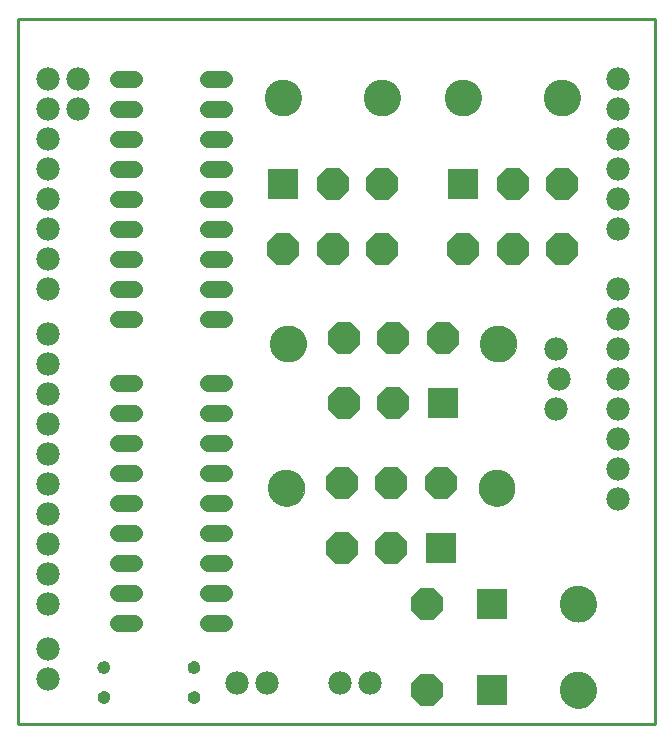
<source format=gts>
G75*
%MOIN*%
%OFA0B0*%
%FSLAX25Y25*%
%IPPOS*%
%LPD*%
%AMOC8*
5,1,8,0,0,1.08239X$1,22.5*
%
%ADD10C,0.00000*%
%ADD11C,0.01000*%
%ADD12C,0.07800*%
%ADD13C,0.00500*%
%ADD14C,0.05600*%
%ADD15OC8,0.10400*%
%ADD16R,0.10400X0.10400*%
%ADD17C,0.12211*%
D10*
X0005000Y0005000D02*
X0208701Y0005000D01*
X0185959Y0016250D02*
X0185961Y0016403D01*
X0185967Y0016557D01*
X0185977Y0016710D01*
X0185991Y0016862D01*
X0186009Y0017015D01*
X0186031Y0017166D01*
X0186056Y0017317D01*
X0186086Y0017468D01*
X0186120Y0017618D01*
X0186157Y0017766D01*
X0186198Y0017914D01*
X0186243Y0018060D01*
X0186292Y0018206D01*
X0186345Y0018350D01*
X0186401Y0018492D01*
X0186461Y0018633D01*
X0186525Y0018773D01*
X0186592Y0018911D01*
X0186663Y0019047D01*
X0186738Y0019181D01*
X0186815Y0019313D01*
X0186897Y0019443D01*
X0186981Y0019571D01*
X0187069Y0019697D01*
X0187160Y0019820D01*
X0187254Y0019941D01*
X0187352Y0020059D01*
X0187452Y0020175D01*
X0187556Y0020288D01*
X0187662Y0020399D01*
X0187771Y0020507D01*
X0187883Y0020612D01*
X0187997Y0020713D01*
X0188115Y0020812D01*
X0188234Y0020908D01*
X0188356Y0021001D01*
X0188481Y0021090D01*
X0188608Y0021177D01*
X0188737Y0021259D01*
X0188868Y0021339D01*
X0189001Y0021415D01*
X0189136Y0021488D01*
X0189273Y0021557D01*
X0189412Y0021622D01*
X0189552Y0021684D01*
X0189694Y0021742D01*
X0189837Y0021797D01*
X0189982Y0021848D01*
X0190128Y0021895D01*
X0190275Y0021938D01*
X0190423Y0021977D01*
X0190572Y0022013D01*
X0190722Y0022044D01*
X0190873Y0022072D01*
X0191024Y0022096D01*
X0191177Y0022116D01*
X0191329Y0022132D01*
X0191482Y0022144D01*
X0191635Y0022152D01*
X0191788Y0022156D01*
X0191942Y0022156D01*
X0192095Y0022152D01*
X0192248Y0022144D01*
X0192401Y0022132D01*
X0192553Y0022116D01*
X0192706Y0022096D01*
X0192857Y0022072D01*
X0193008Y0022044D01*
X0193158Y0022013D01*
X0193307Y0021977D01*
X0193455Y0021938D01*
X0193602Y0021895D01*
X0193748Y0021848D01*
X0193893Y0021797D01*
X0194036Y0021742D01*
X0194178Y0021684D01*
X0194318Y0021622D01*
X0194457Y0021557D01*
X0194594Y0021488D01*
X0194729Y0021415D01*
X0194862Y0021339D01*
X0194993Y0021259D01*
X0195122Y0021177D01*
X0195249Y0021090D01*
X0195374Y0021001D01*
X0195496Y0020908D01*
X0195615Y0020812D01*
X0195733Y0020713D01*
X0195847Y0020612D01*
X0195959Y0020507D01*
X0196068Y0020399D01*
X0196174Y0020288D01*
X0196278Y0020175D01*
X0196378Y0020059D01*
X0196476Y0019941D01*
X0196570Y0019820D01*
X0196661Y0019697D01*
X0196749Y0019571D01*
X0196833Y0019443D01*
X0196915Y0019313D01*
X0196992Y0019181D01*
X0197067Y0019047D01*
X0197138Y0018911D01*
X0197205Y0018773D01*
X0197269Y0018633D01*
X0197329Y0018492D01*
X0197385Y0018350D01*
X0197438Y0018206D01*
X0197487Y0018060D01*
X0197532Y0017914D01*
X0197573Y0017766D01*
X0197610Y0017618D01*
X0197644Y0017468D01*
X0197674Y0017317D01*
X0197699Y0017166D01*
X0197721Y0017015D01*
X0197739Y0016862D01*
X0197753Y0016710D01*
X0197763Y0016557D01*
X0197769Y0016403D01*
X0197771Y0016250D01*
X0197769Y0016097D01*
X0197763Y0015943D01*
X0197753Y0015790D01*
X0197739Y0015638D01*
X0197721Y0015485D01*
X0197699Y0015334D01*
X0197674Y0015183D01*
X0197644Y0015032D01*
X0197610Y0014882D01*
X0197573Y0014734D01*
X0197532Y0014586D01*
X0197487Y0014440D01*
X0197438Y0014294D01*
X0197385Y0014150D01*
X0197329Y0014008D01*
X0197269Y0013867D01*
X0197205Y0013727D01*
X0197138Y0013589D01*
X0197067Y0013453D01*
X0196992Y0013319D01*
X0196915Y0013187D01*
X0196833Y0013057D01*
X0196749Y0012929D01*
X0196661Y0012803D01*
X0196570Y0012680D01*
X0196476Y0012559D01*
X0196378Y0012441D01*
X0196278Y0012325D01*
X0196174Y0012212D01*
X0196068Y0012101D01*
X0195959Y0011993D01*
X0195847Y0011888D01*
X0195733Y0011787D01*
X0195615Y0011688D01*
X0195496Y0011592D01*
X0195374Y0011499D01*
X0195249Y0011410D01*
X0195122Y0011323D01*
X0194993Y0011241D01*
X0194862Y0011161D01*
X0194729Y0011085D01*
X0194594Y0011012D01*
X0194457Y0010943D01*
X0194318Y0010878D01*
X0194178Y0010816D01*
X0194036Y0010758D01*
X0193893Y0010703D01*
X0193748Y0010652D01*
X0193602Y0010605D01*
X0193455Y0010562D01*
X0193307Y0010523D01*
X0193158Y0010487D01*
X0193008Y0010456D01*
X0192857Y0010428D01*
X0192706Y0010404D01*
X0192553Y0010384D01*
X0192401Y0010368D01*
X0192248Y0010356D01*
X0192095Y0010348D01*
X0191942Y0010344D01*
X0191788Y0010344D01*
X0191635Y0010348D01*
X0191482Y0010356D01*
X0191329Y0010368D01*
X0191177Y0010384D01*
X0191024Y0010404D01*
X0190873Y0010428D01*
X0190722Y0010456D01*
X0190572Y0010487D01*
X0190423Y0010523D01*
X0190275Y0010562D01*
X0190128Y0010605D01*
X0189982Y0010652D01*
X0189837Y0010703D01*
X0189694Y0010758D01*
X0189552Y0010816D01*
X0189412Y0010878D01*
X0189273Y0010943D01*
X0189136Y0011012D01*
X0189001Y0011085D01*
X0188868Y0011161D01*
X0188737Y0011241D01*
X0188608Y0011323D01*
X0188481Y0011410D01*
X0188356Y0011499D01*
X0188234Y0011592D01*
X0188115Y0011688D01*
X0187997Y0011787D01*
X0187883Y0011888D01*
X0187771Y0011993D01*
X0187662Y0012101D01*
X0187556Y0012212D01*
X0187452Y0012325D01*
X0187352Y0012441D01*
X0187254Y0012559D01*
X0187160Y0012680D01*
X0187069Y0012803D01*
X0186981Y0012929D01*
X0186897Y0013057D01*
X0186815Y0013187D01*
X0186738Y0013319D01*
X0186663Y0013453D01*
X0186592Y0013589D01*
X0186525Y0013727D01*
X0186461Y0013867D01*
X0186401Y0014008D01*
X0186345Y0014150D01*
X0186292Y0014294D01*
X0186243Y0014440D01*
X0186198Y0014586D01*
X0186157Y0014734D01*
X0186120Y0014882D01*
X0186086Y0015032D01*
X0186056Y0015183D01*
X0186031Y0015334D01*
X0186009Y0015485D01*
X0185991Y0015638D01*
X0185977Y0015790D01*
X0185967Y0015943D01*
X0185961Y0016097D01*
X0185959Y0016250D01*
X0185959Y0045000D02*
X0185961Y0045153D01*
X0185967Y0045307D01*
X0185977Y0045460D01*
X0185991Y0045612D01*
X0186009Y0045765D01*
X0186031Y0045916D01*
X0186056Y0046067D01*
X0186086Y0046218D01*
X0186120Y0046368D01*
X0186157Y0046516D01*
X0186198Y0046664D01*
X0186243Y0046810D01*
X0186292Y0046956D01*
X0186345Y0047100D01*
X0186401Y0047242D01*
X0186461Y0047383D01*
X0186525Y0047523D01*
X0186592Y0047661D01*
X0186663Y0047797D01*
X0186738Y0047931D01*
X0186815Y0048063D01*
X0186897Y0048193D01*
X0186981Y0048321D01*
X0187069Y0048447D01*
X0187160Y0048570D01*
X0187254Y0048691D01*
X0187352Y0048809D01*
X0187452Y0048925D01*
X0187556Y0049038D01*
X0187662Y0049149D01*
X0187771Y0049257D01*
X0187883Y0049362D01*
X0187997Y0049463D01*
X0188115Y0049562D01*
X0188234Y0049658D01*
X0188356Y0049751D01*
X0188481Y0049840D01*
X0188608Y0049927D01*
X0188737Y0050009D01*
X0188868Y0050089D01*
X0189001Y0050165D01*
X0189136Y0050238D01*
X0189273Y0050307D01*
X0189412Y0050372D01*
X0189552Y0050434D01*
X0189694Y0050492D01*
X0189837Y0050547D01*
X0189982Y0050598D01*
X0190128Y0050645D01*
X0190275Y0050688D01*
X0190423Y0050727D01*
X0190572Y0050763D01*
X0190722Y0050794D01*
X0190873Y0050822D01*
X0191024Y0050846D01*
X0191177Y0050866D01*
X0191329Y0050882D01*
X0191482Y0050894D01*
X0191635Y0050902D01*
X0191788Y0050906D01*
X0191942Y0050906D01*
X0192095Y0050902D01*
X0192248Y0050894D01*
X0192401Y0050882D01*
X0192553Y0050866D01*
X0192706Y0050846D01*
X0192857Y0050822D01*
X0193008Y0050794D01*
X0193158Y0050763D01*
X0193307Y0050727D01*
X0193455Y0050688D01*
X0193602Y0050645D01*
X0193748Y0050598D01*
X0193893Y0050547D01*
X0194036Y0050492D01*
X0194178Y0050434D01*
X0194318Y0050372D01*
X0194457Y0050307D01*
X0194594Y0050238D01*
X0194729Y0050165D01*
X0194862Y0050089D01*
X0194993Y0050009D01*
X0195122Y0049927D01*
X0195249Y0049840D01*
X0195374Y0049751D01*
X0195496Y0049658D01*
X0195615Y0049562D01*
X0195733Y0049463D01*
X0195847Y0049362D01*
X0195959Y0049257D01*
X0196068Y0049149D01*
X0196174Y0049038D01*
X0196278Y0048925D01*
X0196378Y0048809D01*
X0196476Y0048691D01*
X0196570Y0048570D01*
X0196661Y0048447D01*
X0196749Y0048321D01*
X0196833Y0048193D01*
X0196915Y0048063D01*
X0196992Y0047931D01*
X0197067Y0047797D01*
X0197138Y0047661D01*
X0197205Y0047523D01*
X0197269Y0047383D01*
X0197329Y0047242D01*
X0197385Y0047100D01*
X0197438Y0046956D01*
X0197487Y0046810D01*
X0197532Y0046664D01*
X0197573Y0046516D01*
X0197610Y0046368D01*
X0197644Y0046218D01*
X0197674Y0046067D01*
X0197699Y0045916D01*
X0197721Y0045765D01*
X0197739Y0045612D01*
X0197753Y0045460D01*
X0197763Y0045307D01*
X0197769Y0045153D01*
X0197771Y0045000D01*
X0197769Y0044847D01*
X0197763Y0044693D01*
X0197753Y0044540D01*
X0197739Y0044388D01*
X0197721Y0044235D01*
X0197699Y0044084D01*
X0197674Y0043933D01*
X0197644Y0043782D01*
X0197610Y0043632D01*
X0197573Y0043484D01*
X0197532Y0043336D01*
X0197487Y0043190D01*
X0197438Y0043044D01*
X0197385Y0042900D01*
X0197329Y0042758D01*
X0197269Y0042617D01*
X0197205Y0042477D01*
X0197138Y0042339D01*
X0197067Y0042203D01*
X0196992Y0042069D01*
X0196915Y0041937D01*
X0196833Y0041807D01*
X0196749Y0041679D01*
X0196661Y0041553D01*
X0196570Y0041430D01*
X0196476Y0041309D01*
X0196378Y0041191D01*
X0196278Y0041075D01*
X0196174Y0040962D01*
X0196068Y0040851D01*
X0195959Y0040743D01*
X0195847Y0040638D01*
X0195733Y0040537D01*
X0195615Y0040438D01*
X0195496Y0040342D01*
X0195374Y0040249D01*
X0195249Y0040160D01*
X0195122Y0040073D01*
X0194993Y0039991D01*
X0194862Y0039911D01*
X0194729Y0039835D01*
X0194594Y0039762D01*
X0194457Y0039693D01*
X0194318Y0039628D01*
X0194178Y0039566D01*
X0194036Y0039508D01*
X0193893Y0039453D01*
X0193748Y0039402D01*
X0193602Y0039355D01*
X0193455Y0039312D01*
X0193307Y0039273D01*
X0193158Y0039237D01*
X0193008Y0039206D01*
X0192857Y0039178D01*
X0192706Y0039154D01*
X0192553Y0039134D01*
X0192401Y0039118D01*
X0192248Y0039106D01*
X0192095Y0039098D01*
X0191942Y0039094D01*
X0191788Y0039094D01*
X0191635Y0039098D01*
X0191482Y0039106D01*
X0191329Y0039118D01*
X0191177Y0039134D01*
X0191024Y0039154D01*
X0190873Y0039178D01*
X0190722Y0039206D01*
X0190572Y0039237D01*
X0190423Y0039273D01*
X0190275Y0039312D01*
X0190128Y0039355D01*
X0189982Y0039402D01*
X0189837Y0039453D01*
X0189694Y0039508D01*
X0189552Y0039566D01*
X0189412Y0039628D01*
X0189273Y0039693D01*
X0189136Y0039762D01*
X0189001Y0039835D01*
X0188868Y0039911D01*
X0188737Y0039991D01*
X0188608Y0040073D01*
X0188481Y0040160D01*
X0188356Y0040249D01*
X0188234Y0040342D01*
X0188115Y0040438D01*
X0187997Y0040537D01*
X0187883Y0040638D01*
X0187771Y0040743D01*
X0187662Y0040851D01*
X0187556Y0040962D01*
X0187452Y0041075D01*
X0187352Y0041191D01*
X0187254Y0041309D01*
X0187160Y0041430D01*
X0187069Y0041553D01*
X0186981Y0041679D01*
X0186897Y0041807D01*
X0186815Y0041937D01*
X0186738Y0042069D01*
X0186663Y0042203D01*
X0186592Y0042339D01*
X0186525Y0042477D01*
X0186461Y0042617D01*
X0186401Y0042758D01*
X0186345Y0042900D01*
X0186292Y0043044D01*
X0186243Y0043190D01*
X0186198Y0043336D01*
X0186157Y0043484D01*
X0186120Y0043632D01*
X0186086Y0043782D01*
X0186056Y0043933D01*
X0186031Y0044084D01*
X0186009Y0044235D01*
X0185991Y0044388D01*
X0185977Y0044540D01*
X0185967Y0044693D01*
X0185961Y0044847D01*
X0185959Y0045000D01*
X0158794Y0083593D02*
X0158796Y0083746D01*
X0158802Y0083900D01*
X0158812Y0084053D01*
X0158826Y0084205D01*
X0158844Y0084358D01*
X0158866Y0084509D01*
X0158891Y0084660D01*
X0158921Y0084811D01*
X0158955Y0084961D01*
X0158992Y0085109D01*
X0159033Y0085257D01*
X0159078Y0085403D01*
X0159127Y0085549D01*
X0159180Y0085693D01*
X0159236Y0085835D01*
X0159296Y0085976D01*
X0159360Y0086116D01*
X0159427Y0086254D01*
X0159498Y0086390D01*
X0159573Y0086524D01*
X0159650Y0086656D01*
X0159732Y0086786D01*
X0159816Y0086914D01*
X0159904Y0087040D01*
X0159995Y0087163D01*
X0160089Y0087284D01*
X0160187Y0087402D01*
X0160287Y0087518D01*
X0160391Y0087631D01*
X0160497Y0087742D01*
X0160606Y0087850D01*
X0160718Y0087955D01*
X0160832Y0088056D01*
X0160950Y0088155D01*
X0161069Y0088251D01*
X0161191Y0088344D01*
X0161316Y0088433D01*
X0161443Y0088520D01*
X0161572Y0088602D01*
X0161703Y0088682D01*
X0161836Y0088758D01*
X0161971Y0088831D01*
X0162108Y0088900D01*
X0162247Y0088965D01*
X0162387Y0089027D01*
X0162529Y0089085D01*
X0162672Y0089140D01*
X0162817Y0089191D01*
X0162963Y0089238D01*
X0163110Y0089281D01*
X0163258Y0089320D01*
X0163407Y0089356D01*
X0163557Y0089387D01*
X0163708Y0089415D01*
X0163859Y0089439D01*
X0164012Y0089459D01*
X0164164Y0089475D01*
X0164317Y0089487D01*
X0164470Y0089495D01*
X0164623Y0089499D01*
X0164777Y0089499D01*
X0164930Y0089495D01*
X0165083Y0089487D01*
X0165236Y0089475D01*
X0165388Y0089459D01*
X0165541Y0089439D01*
X0165692Y0089415D01*
X0165843Y0089387D01*
X0165993Y0089356D01*
X0166142Y0089320D01*
X0166290Y0089281D01*
X0166437Y0089238D01*
X0166583Y0089191D01*
X0166728Y0089140D01*
X0166871Y0089085D01*
X0167013Y0089027D01*
X0167153Y0088965D01*
X0167292Y0088900D01*
X0167429Y0088831D01*
X0167564Y0088758D01*
X0167697Y0088682D01*
X0167828Y0088602D01*
X0167957Y0088520D01*
X0168084Y0088433D01*
X0168209Y0088344D01*
X0168331Y0088251D01*
X0168450Y0088155D01*
X0168568Y0088056D01*
X0168682Y0087955D01*
X0168794Y0087850D01*
X0168903Y0087742D01*
X0169009Y0087631D01*
X0169113Y0087518D01*
X0169213Y0087402D01*
X0169311Y0087284D01*
X0169405Y0087163D01*
X0169496Y0087040D01*
X0169584Y0086914D01*
X0169668Y0086786D01*
X0169750Y0086656D01*
X0169827Y0086524D01*
X0169902Y0086390D01*
X0169973Y0086254D01*
X0170040Y0086116D01*
X0170104Y0085976D01*
X0170164Y0085835D01*
X0170220Y0085693D01*
X0170273Y0085549D01*
X0170322Y0085403D01*
X0170367Y0085257D01*
X0170408Y0085109D01*
X0170445Y0084961D01*
X0170479Y0084811D01*
X0170509Y0084660D01*
X0170534Y0084509D01*
X0170556Y0084358D01*
X0170574Y0084205D01*
X0170588Y0084053D01*
X0170598Y0083900D01*
X0170604Y0083746D01*
X0170606Y0083593D01*
X0170604Y0083440D01*
X0170598Y0083286D01*
X0170588Y0083133D01*
X0170574Y0082981D01*
X0170556Y0082828D01*
X0170534Y0082677D01*
X0170509Y0082526D01*
X0170479Y0082375D01*
X0170445Y0082225D01*
X0170408Y0082077D01*
X0170367Y0081929D01*
X0170322Y0081783D01*
X0170273Y0081637D01*
X0170220Y0081493D01*
X0170164Y0081351D01*
X0170104Y0081210D01*
X0170040Y0081070D01*
X0169973Y0080932D01*
X0169902Y0080796D01*
X0169827Y0080662D01*
X0169750Y0080530D01*
X0169668Y0080400D01*
X0169584Y0080272D01*
X0169496Y0080146D01*
X0169405Y0080023D01*
X0169311Y0079902D01*
X0169213Y0079784D01*
X0169113Y0079668D01*
X0169009Y0079555D01*
X0168903Y0079444D01*
X0168794Y0079336D01*
X0168682Y0079231D01*
X0168568Y0079130D01*
X0168450Y0079031D01*
X0168331Y0078935D01*
X0168209Y0078842D01*
X0168084Y0078753D01*
X0167957Y0078666D01*
X0167828Y0078584D01*
X0167697Y0078504D01*
X0167564Y0078428D01*
X0167429Y0078355D01*
X0167292Y0078286D01*
X0167153Y0078221D01*
X0167013Y0078159D01*
X0166871Y0078101D01*
X0166728Y0078046D01*
X0166583Y0077995D01*
X0166437Y0077948D01*
X0166290Y0077905D01*
X0166142Y0077866D01*
X0165993Y0077830D01*
X0165843Y0077799D01*
X0165692Y0077771D01*
X0165541Y0077747D01*
X0165388Y0077727D01*
X0165236Y0077711D01*
X0165083Y0077699D01*
X0164930Y0077691D01*
X0164777Y0077687D01*
X0164623Y0077687D01*
X0164470Y0077691D01*
X0164317Y0077699D01*
X0164164Y0077711D01*
X0164012Y0077727D01*
X0163859Y0077747D01*
X0163708Y0077771D01*
X0163557Y0077799D01*
X0163407Y0077830D01*
X0163258Y0077866D01*
X0163110Y0077905D01*
X0162963Y0077948D01*
X0162817Y0077995D01*
X0162672Y0078046D01*
X0162529Y0078101D01*
X0162387Y0078159D01*
X0162247Y0078221D01*
X0162108Y0078286D01*
X0161971Y0078355D01*
X0161836Y0078428D01*
X0161703Y0078504D01*
X0161572Y0078584D01*
X0161443Y0078666D01*
X0161316Y0078753D01*
X0161191Y0078842D01*
X0161069Y0078935D01*
X0160950Y0079031D01*
X0160832Y0079130D01*
X0160718Y0079231D01*
X0160606Y0079336D01*
X0160497Y0079444D01*
X0160391Y0079555D01*
X0160287Y0079668D01*
X0160187Y0079784D01*
X0160089Y0079902D01*
X0159995Y0080023D01*
X0159904Y0080146D01*
X0159816Y0080272D01*
X0159732Y0080400D01*
X0159650Y0080530D01*
X0159573Y0080662D01*
X0159498Y0080796D01*
X0159427Y0080932D01*
X0159360Y0081070D01*
X0159296Y0081210D01*
X0159236Y0081351D01*
X0159180Y0081493D01*
X0159127Y0081637D01*
X0159078Y0081783D01*
X0159033Y0081929D01*
X0158992Y0082077D01*
X0158955Y0082225D01*
X0158921Y0082375D01*
X0158891Y0082526D01*
X0158866Y0082677D01*
X0158844Y0082828D01*
X0158826Y0082981D01*
X0158812Y0083133D01*
X0158802Y0083286D01*
X0158796Y0083440D01*
X0158794Y0083593D01*
X0159419Y0131718D02*
X0159421Y0131871D01*
X0159427Y0132025D01*
X0159437Y0132178D01*
X0159451Y0132330D01*
X0159469Y0132483D01*
X0159491Y0132634D01*
X0159516Y0132785D01*
X0159546Y0132936D01*
X0159580Y0133086D01*
X0159617Y0133234D01*
X0159658Y0133382D01*
X0159703Y0133528D01*
X0159752Y0133674D01*
X0159805Y0133818D01*
X0159861Y0133960D01*
X0159921Y0134101D01*
X0159985Y0134241D01*
X0160052Y0134379D01*
X0160123Y0134515D01*
X0160198Y0134649D01*
X0160275Y0134781D01*
X0160357Y0134911D01*
X0160441Y0135039D01*
X0160529Y0135165D01*
X0160620Y0135288D01*
X0160714Y0135409D01*
X0160812Y0135527D01*
X0160912Y0135643D01*
X0161016Y0135756D01*
X0161122Y0135867D01*
X0161231Y0135975D01*
X0161343Y0136080D01*
X0161457Y0136181D01*
X0161575Y0136280D01*
X0161694Y0136376D01*
X0161816Y0136469D01*
X0161941Y0136558D01*
X0162068Y0136645D01*
X0162197Y0136727D01*
X0162328Y0136807D01*
X0162461Y0136883D01*
X0162596Y0136956D01*
X0162733Y0137025D01*
X0162872Y0137090D01*
X0163012Y0137152D01*
X0163154Y0137210D01*
X0163297Y0137265D01*
X0163442Y0137316D01*
X0163588Y0137363D01*
X0163735Y0137406D01*
X0163883Y0137445D01*
X0164032Y0137481D01*
X0164182Y0137512D01*
X0164333Y0137540D01*
X0164484Y0137564D01*
X0164637Y0137584D01*
X0164789Y0137600D01*
X0164942Y0137612D01*
X0165095Y0137620D01*
X0165248Y0137624D01*
X0165402Y0137624D01*
X0165555Y0137620D01*
X0165708Y0137612D01*
X0165861Y0137600D01*
X0166013Y0137584D01*
X0166166Y0137564D01*
X0166317Y0137540D01*
X0166468Y0137512D01*
X0166618Y0137481D01*
X0166767Y0137445D01*
X0166915Y0137406D01*
X0167062Y0137363D01*
X0167208Y0137316D01*
X0167353Y0137265D01*
X0167496Y0137210D01*
X0167638Y0137152D01*
X0167778Y0137090D01*
X0167917Y0137025D01*
X0168054Y0136956D01*
X0168189Y0136883D01*
X0168322Y0136807D01*
X0168453Y0136727D01*
X0168582Y0136645D01*
X0168709Y0136558D01*
X0168834Y0136469D01*
X0168956Y0136376D01*
X0169075Y0136280D01*
X0169193Y0136181D01*
X0169307Y0136080D01*
X0169419Y0135975D01*
X0169528Y0135867D01*
X0169634Y0135756D01*
X0169738Y0135643D01*
X0169838Y0135527D01*
X0169936Y0135409D01*
X0170030Y0135288D01*
X0170121Y0135165D01*
X0170209Y0135039D01*
X0170293Y0134911D01*
X0170375Y0134781D01*
X0170452Y0134649D01*
X0170527Y0134515D01*
X0170598Y0134379D01*
X0170665Y0134241D01*
X0170729Y0134101D01*
X0170789Y0133960D01*
X0170845Y0133818D01*
X0170898Y0133674D01*
X0170947Y0133528D01*
X0170992Y0133382D01*
X0171033Y0133234D01*
X0171070Y0133086D01*
X0171104Y0132936D01*
X0171134Y0132785D01*
X0171159Y0132634D01*
X0171181Y0132483D01*
X0171199Y0132330D01*
X0171213Y0132178D01*
X0171223Y0132025D01*
X0171229Y0131871D01*
X0171231Y0131718D01*
X0171229Y0131565D01*
X0171223Y0131411D01*
X0171213Y0131258D01*
X0171199Y0131106D01*
X0171181Y0130953D01*
X0171159Y0130802D01*
X0171134Y0130651D01*
X0171104Y0130500D01*
X0171070Y0130350D01*
X0171033Y0130202D01*
X0170992Y0130054D01*
X0170947Y0129908D01*
X0170898Y0129762D01*
X0170845Y0129618D01*
X0170789Y0129476D01*
X0170729Y0129335D01*
X0170665Y0129195D01*
X0170598Y0129057D01*
X0170527Y0128921D01*
X0170452Y0128787D01*
X0170375Y0128655D01*
X0170293Y0128525D01*
X0170209Y0128397D01*
X0170121Y0128271D01*
X0170030Y0128148D01*
X0169936Y0128027D01*
X0169838Y0127909D01*
X0169738Y0127793D01*
X0169634Y0127680D01*
X0169528Y0127569D01*
X0169419Y0127461D01*
X0169307Y0127356D01*
X0169193Y0127255D01*
X0169075Y0127156D01*
X0168956Y0127060D01*
X0168834Y0126967D01*
X0168709Y0126878D01*
X0168582Y0126791D01*
X0168453Y0126709D01*
X0168322Y0126629D01*
X0168189Y0126553D01*
X0168054Y0126480D01*
X0167917Y0126411D01*
X0167778Y0126346D01*
X0167638Y0126284D01*
X0167496Y0126226D01*
X0167353Y0126171D01*
X0167208Y0126120D01*
X0167062Y0126073D01*
X0166915Y0126030D01*
X0166767Y0125991D01*
X0166618Y0125955D01*
X0166468Y0125924D01*
X0166317Y0125896D01*
X0166166Y0125872D01*
X0166013Y0125852D01*
X0165861Y0125836D01*
X0165708Y0125824D01*
X0165555Y0125816D01*
X0165402Y0125812D01*
X0165248Y0125812D01*
X0165095Y0125816D01*
X0164942Y0125824D01*
X0164789Y0125836D01*
X0164637Y0125852D01*
X0164484Y0125872D01*
X0164333Y0125896D01*
X0164182Y0125924D01*
X0164032Y0125955D01*
X0163883Y0125991D01*
X0163735Y0126030D01*
X0163588Y0126073D01*
X0163442Y0126120D01*
X0163297Y0126171D01*
X0163154Y0126226D01*
X0163012Y0126284D01*
X0162872Y0126346D01*
X0162733Y0126411D01*
X0162596Y0126480D01*
X0162461Y0126553D01*
X0162328Y0126629D01*
X0162197Y0126709D01*
X0162068Y0126791D01*
X0161941Y0126878D01*
X0161816Y0126967D01*
X0161694Y0127060D01*
X0161575Y0127156D01*
X0161457Y0127255D01*
X0161343Y0127356D01*
X0161231Y0127461D01*
X0161122Y0127569D01*
X0161016Y0127680D01*
X0160912Y0127793D01*
X0160812Y0127909D01*
X0160714Y0128027D01*
X0160620Y0128148D01*
X0160529Y0128271D01*
X0160441Y0128397D01*
X0160357Y0128525D01*
X0160275Y0128655D01*
X0160198Y0128787D01*
X0160123Y0128921D01*
X0160052Y0129057D01*
X0159985Y0129195D01*
X0159921Y0129335D01*
X0159861Y0129476D01*
X0159805Y0129618D01*
X0159752Y0129762D01*
X0159703Y0129908D01*
X0159658Y0130054D01*
X0159617Y0130202D01*
X0159580Y0130350D01*
X0159546Y0130500D01*
X0159516Y0130651D01*
X0159491Y0130802D01*
X0159469Y0130953D01*
X0159451Y0131106D01*
X0159437Y0131258D01*
X0159427Y0131411D01*
X0159421Y0131565D01*
X0159419Y0131718D01*
X0089340Y0131718D02*
X0089342Y0131871D01*
X0089348Y0132025D01*
X0089358Y0132178D01*
X0089372Y0132330D01*
X0089390Y0132483D01*
X0089412Y0132634D01*
X0089437Y0132785D01*
X0089467Y0132936D01*
X0089501Y0133086D01*
X0089538Y0133234D01*
X0089579Y0133382D01*
X0089624Y0133528D01*
X0089673Y0133674D01*
X0089726Y0133818D01*
X0089782Y0133960D01*
X0089842Y0134101D01*
X0089906Y0134241D01*
X0089973Y0134379D01*
X0090044Y0134515D01*
X0090119Y0134649D01*
X0090196Y0134781D01*
X0090278Y0134911D01*
X0090362Y0135039D01*
X0090450Y0135165D01*
X0090541Y0135288D01*
X0090635Y0135409D01*
X0090733Y0135527D01*
X0090833Y0135643D01*
X0090937Y0135756D01*
X0091043Y0135867D01*
X0091152Y0135975D01*
X0091264Y0136080D01*
X0091378Y0136181D01*
X0091496Y0136280D01*
X0091615Y0136376D01*
X0091737Y0136469D01*
X0091862Y0136558D01*
X0091989Y0136645D01*
X0092118Y0136727D01*
X0092249Y0136807D01*
X0092382Y0136883D01*
X0092517Y0136956D01*
X0092654Y0137025D01*
X0092793Y0137090D01*
X0092933Y0137152D01*
X0093075Y0137210D01*
X0093218Y0137265D01*
X0093363Y0137316D01*
X0093509Y0137363D01*
X0093656Y0137406D01*
X0093804Y0137445D01*
X0093953Y0137481D01*
X0094103Y0137512D01*
X0094254Y0137540D01*
X0094405Y0137564D01*
X0094558Y0137584D01*
X0094710Y0137600D01*
X0094863Y0137612D01*
X0095016Y0137620D01*
X0095169Y0137624D01*
X0095323Y0137624D01*
X0095476Y0137620D01*
X0095629Y0137612D01*
X0095782Y0137600D01*
X0095934Y0137584D01*
X0096087Y0137564D01*
X0096238Y0137540D01*
X0096389Y0137512D01*
X0096539Y0137481D01*
X0096688Y0137445D01*
X0096836Y0137406D01*
X0096983Y0137363D01*
X0097129Y0137316D01*
X0097274Y0137265D01*
X0097417Y0137210D01*
X0097559Y0137152D01*
X0097699Y0137090D01*
X0097838Y0137025D01*
X0097975Y0136956D01*
X0098110Y0136883D01*
X0098243Y0136807D01*
X0098374Y0136727D01*
X0098503Y0136645D01*
X0098630Y0136558D01*
X0098755Y0136469D01*
X0098877Y0136376D01*
X0098996Y0136280D01*
X0099114Y0136181D01*
X0099228Y0136080D01*
X0099340Y0135975D01*
X0099449Y0135867D01*
X0099555Y0135756D01*
X0099659Y0135643D01*
X0099759Y0135527D01*
X0099857Y0135409D01*
X0099951Y0135288D01*
X0100042Y0135165D01*
X0100130Y0135039D01*
X0100214Y0134911D01*
X0100296Y0134781D01*
X0100373Y0134649D01*
X0100448Y0134515D01*
X0100519Y0134379D01*
X0100586Y0134241D01*
X0100650Y0134101D01*
X0100710Y0133960D01*
X0100766Y0133818D01*
X0100819Y0133674D01*
X0100868Y0133528D01*
X0100913Y0133382D01*
X0100954Y0133234D01*
X0100991Y0133086D01*
X0101025Y0132936D01*
X0101055Y0132785D01*
X0101080Y0132634D01*
X0101102Y0132483D01*
X0101120Y0132330D01*
X0101134Y0132178D01*
X0101144Y0132025D01*
X0101150Y0131871D01*
X0101152Y0131718D01*
X0101150Y0131565D01*
X0101144Y0131411D01*
X0101134Y0131258D01*
X0101120Y0131106D01*
X0101102Y0130953D01*
X0101080Y0130802D01*
X0101055Y0130651D01*
X0101025Y0130500D01*
X0100991Y0130350D01*
X0100954Y0130202D01*
X0100913Y0130054D01*
X0100868Y0129908D01*
X0100819Y0129762D01*
X0100766Y0129618D01*
X0100710Y0129476D01*
X0100650Y0129335D01*
X0100586Y0129195D01*
X0100519Y0129057D01*
X0100448Y0128921D01*
X0100373Y0128787D01*
X0100296Y0128655D01*
X0100214Y0128525D01*
X0100130Y0128397D01*
X0100042Y0128271D01*
X0099951Y0128148D01*
X0099857Y0128027D01*
X0099759Y0127909D01*
X0099659Y0127793D01*
X0099555Y0127680D01*
X0099449Y0127569D01*
X0099340Y0127461D01*
X0099228Y0127356D01*
X0099114Y0127255D01*
X0098996Y0127156D01*
X0098877Y0127060D01*
X0098755Y0126967D01*
X0098630Y0126878D01*
X0098503Y0126791D01*
X0098374Y0126709D01*
X0098243Y0126629D01*
X0098110Y0126553D01*
X0097975Y0126480D01*
X0097838Y0126411D01*
X0097699Y0126346D01*
X0097559Y0126284D01*
X0097417Y0126226D01*
X0097274Y0126171D01*
X0097129Y0126120D01*
X0096983Y0126073D01*
X0096836Y0126030D01*
X0096688Y0125991D01*
X0096539Y0125955D01*
X0096389Y0125924D01*
X0096238Y0125896D01*
X0096087Y0125872D01*
X0095934Y0125852D01*
X0095782Y0125836D01*
X0095629Y0125824D01*
X0095476Y0125816D01*
X0095323Y0125812D01*
X0095169Y0125812D01*
X0095016Y0125816D01*
X0094863Y0125824D01*
X0094710Y0125836D01*
X0094558Y0125852D01*
X0094405Y0125872D01*
X0094254Y0125896D01*
X0094103Y0125924D01*
X0093953Y0125955D01*
X0093804Y0125991D01*
X0093656Y0126030D01*
X0093509Y0126073D01*
X0093363Y0126120D01*
X0093218Y0126171D01*
X0093075Y0126226D01*
X0092933Y0126284D01*
X0092793Y0126346D01*
X0092654Y0126411D01*
X0092517Y0126480D01*
X0092382Y0126553D01*
X0092249Y0126629D01*
X0092118Y0126709D01*
X0091989Y0126791D01*
X0091862Y0126878D01*
X0091737Y0126967D01*
X0091615Y0127060D01*
X0091496Y0127156D01*
X0091378Y0127255D01*
X0091264Y0127356D01*
X0091152Y0127461D01*
X0091043Y0127569D01*
X0090937Y0127680D01*
X0090833Y0127793D01*
X0090733Y0127909D01*
X0090635Y0128027D01*
X0090541Y0128148D01*
X0090450Y0128271D01*
X0090362Y0128397D01*
X0090278Y0128525D01*
X0090196Y0128655D01*
X0090119Y0128787D01*
X0090044Y0128921D01*
X0089973Y0129057D01*
X0089906Y0129195D01*
X0089842Y0129335D01*
X0089782Y0129476D01*
X0089726Y0129618D01*
X0089673Y0129762D01*
X0089624Y0129908D01*
X0089579Y0130054D01*
X0089538Y0130202D01*
X0089501Y0130350D01*
X0089467Y0130500D01*
X0089437Y0130651D01*
X0089412Y0130802D01*
X0089390Y0130953D01*
X0089372Y0131106D01*
X0089358Y0131258D01*
X0089348Y0131411D01*
X0089342Y0131565D01*
X0089340Y0131718D01*
X0088715Y0083593D02*
X0088717Y0083746D01*
X0088723Y0083900D01*
X0088733Y0084053D01*
X0088747Y0084205D01*
X0088765Y0084358D01*
X0088787Y0084509D01*
X0088812Y0084660D01*
X0088842Y0084811D01*
X0088876Y0084961D01*
X0088913Y0085109D01*
X0088954Y0085257D01*
X0088999Y0085403D01*
X0089048Y0085549D01*
X0089101Y0085693D01*
X0089157Y0085835D01*
X0089217Y0085976D01*
X0089281Y0086116D01*
X0089348Y0086254D01*
X0089419Y0086390D01*
X0089494Y0086524D01*
X0089571Y0086656D01*
X0089653Y0086786D01*
X0089737Y0086914D01*
X0089825Y0087040D01*
X0089916Y0087163D01*
X0090010Y0087284D01*
X0090108Y0087402D01*
X0090208Y0087518D01*
X0090312Y0087631D01*
X0090418Y0087742D01*
X0090527Y0087850D01*
X0090639Y0087955D01*
X0090753Y0088056D01*
X0090871Y0088155D01*
X0090990Y0088251D01*
X0091112Y0088344D01*
X0091237Y0088433D01*
X0091364Y0088520D01*
X0091493Y0088602D01*
X0091624Y0088682D01*
X0091757Y0088758D01*
X0091892Y0088831D01*
X0092029Y0088900D01*
X0092168Y0088965D01*
X0092308Y0089027D01*
X0092450Y0089085D01*
X0092593Y0089140D01*
X0092738Y0089191D01*
X0092884Y0089238D01*
X0093031Y0089281D01*
X0093179Y0089320D01*
X0093328Y0089356D01*
X0093478Y0089387D01*
X0093629Y0089415D01*
X0093780Y0089439D01*
X0093933Y0089459D01*
X0094085Y0089475D01*
X0094238Y0089487D01*
X0094391Y0089495D01*
X0094544Y0089499D01*
X0094698Y0089499D01*
X0094851Y0089495D01*
X0095004Y0089487D01*
X0095157Y0089475D01*
X0095309Y0089459D01*
X0095462Y0089439D01*
X0095613Y0089415D01*
X0095764Y0089387D01*
X0095914Y0089356D01*
X0096063Y0089320D01*
X0096211Y0089281D01*
X0096358Y0089238D01*
X0096504Y0089191D01*
X0096649Y0089140D01*
X0096792Y0089085D01*
X0096934Y0089027D01*
X0097074Y0088965D01*
X0097213Y0088900D01*
X0097350Y0088831D01*
X0097485Y0088758D01*
X0097618Y0088682D01*
X0097749Y0088602D01*
X0097878Y0088520D01*
X0098005Y0088433D01*
X0098130Y0088344D01*
X0098252Y0088251D01*
X0098371Y0088155D01*
X0098489Y0088056D01*
X0098603Y0087955D01*
X0098715Y0087850D01*
X0098824Y0087742D01*
X0098930Y0087631D01*
X0099034Y0087518D01*
X0099134Y0087402D01*
X0099232Y0087284D01*
X0099326Y0087163D01*
X0099417Y0087040D01*
X0099505Y0086914D01*
X0099589Y0086786D01*
X0099671Y0086656D01*
X0099748Y0086524D01*
X0099823Y0086390D01*
X0099894Y0086254D01*
X0099961Y0086116D01*
X0100025Y0085976D01*
X0100085Y0085835D01*
X0100141Y0085693D01*
X0100194Y0085549D01*
X0100243Y0085403D01*
X0100288Y0085257D01*
X0100329Y0085109D01*
X0100366Y0084961D01*
X0100400Y0084811D01*
X0100430Y0084660D01*
X0100455Y0084509D01*
X0100477Y0084358D01*
X0100495Y0084205D01*
X0100509Y0084053D01*
X0100519Y0083900D01*
X0100525Y0083746D01*
X0100527Y0083593D01*
X0100525Y0083440D01*
X0100519Y0083286D01*
X0100509Y0083133D01*
X0100495Y0082981D01*
X0100477Y0082828D01*
X0100455Y0082677D01*
X0100430Y0082526D01*
X0100400Y0082375D01*
X0100366Y0082225D01*
X0100329Y0082077D01*
X0100288Y0081929D01*
X0100243Y0081783D01*
X0100194Y0081637D01*
X0100141Y0081493D01*
X0100085Y0081351D01*
X0100025Y0081210D01*
X0099961Y0081070D01*
X0099894Y0080932D01*
X0099823Y0080796D01*
X0099748Y0080662D01*
X0099671Y0080530D01*
X0099589Y0080400D01*
X0099505Y0080272D01*
X0099417Y0080146D01*
X0099326Y0080023D01*
X0099232Y0079902D01*
X0099134Y0079784D01*
X0099034Y0079668D01*
X0098930Y0079555D01*
X0098824Y0079444D01*
X0098715Y0079336D01*
X0098603Y0079231D01*
X0098489Y0079130D01*
X0098371Y0079031D01*
X0098252Y0078935D01*
X0098130Y0078842D01*
X0098005Y0078753D01*
X0097878Y0078666D01*
X0097749Y0078584D01*
X0097618Y0078504D01*
X0097485Y0078428D01*
X0097350Y0078355D01*
X0097213Y0078286D01*
X0097074Y0078221D01*
X0096934Y0078159D01*
X0096792Y0078101D01*
X0096649Y0078046D01*
X0096504Y0077995D01*
X0096358Y0077948D01*
X0096211Y0077905D01*
X0096063Y0077866D01*
X0095914Y0077830D01*
X0095764Y0077799D01*
X0095613Y0077771D01*
X0095462Y0077747D01*
X0095309Y0077727D01*
X0095157Y0077711D01*
X0095004Y0077699D01*
X0094851Y0077691D01*
X0094698Y0077687D01*
X0094544Y0077687D01*
X0094391Y0077691D01*
X0094238Y0077699D01*
X0094085Y0077711D01*
X0093933Y0077727D01*
X0093780Y0077747D01*
X0093629Y0077771D01*
X0093478Y0077799D01*
X0093328Y0077830D01*
X0093179Y0077866D01*
X0093031Y0077905D01*
X0092884Y0077948D01*
X0092738Y0077995D01*
X0092593Y0078046D01*
X0092450Y0078101D01*
X0092308Y0078159D01*
X0092168Y0078221D01*
X0092029Y0078286D01*
X0091892Y0078355D01*
X0091757Y0078428D01*
X0091624Y0078504D01*
X0091493Y0078584D01*
X0091364Y0078666D01*
X0091237Y0078753D01*
X0091112Y0078842D01*
X0090990Y0078935D01*
X0090871Y0079031D01*
X0090753Y0079130D01*
X0090639Y0079231D01*
X0090527Y0079336D01*
X0090418Y0079444D01*
X0090312Y0079555D01*
X0090208Y0079668D01*
X0090108Y0079784D01*
X0090010Y0079902D01*
X0089916Y0080023D01*
X0089825Y0080146D01*
X0089737Y0080272D01*
X0089653Y0080400D01*
X0089571Y0080530D01*
X0089494Y0080662D01*
X0089419Y0080796D01*
X0089348Y0080932D01*
X0089281Y0081070D01*
X0089217Y0081210D01*
X0089157Y0081351D01*
X0089101Y0081493D01*
X0089048Y0081637D01*
X0088999Y0081783D01*
X0088954Y0081929D01*
X0088913Y0082077D01*
X0088876Y0082225D01*
X0088842Y0082375D01*
X0088812Y0082526D01*
X0088787Y0082677D01*
X0088765Y0082828D01*
X0088747Y0082981D01*
X0088733Y0083133D01*
X0088723Y0083286D01*
X0088717Y0083440D01*
X0088715Y0083593D01*
X0087594Y0213740D02*
X0087596Y0213893D01*
X0087602Y0214047D01*
X0087612Y0214200D01*
X0087626Y0214352D01*
X0087644Y0214505D01*
X0087666Y0214656D01*
X0087691Y0214807D01*
X0087721Y0214958D01*
X0087755Y0215108D01*
X0087792Y0215256D01*
X0087833Y0215404D01*
X0087878Y0215550D01*
X0087927Y0215696D01*
X0087980Y0215840D01*
X0088036Y0215982D01*
X0088096Y0216123D01*
X0088160Y0216263D01*
X0088227Y0216401D01*
X0088298Y0216537D01*
X0088373Y0216671D01*
X0088450Y0216803D01*
X0088532Y0216933D01*
X0088616Y0217061D01*
X0088704Y0217187D01*
X0088795Y0217310D01*
X0088889Y0217431D01*
X0088987Y0217549D01*
X0089087Y0217665D01*
X0089191Y0217778D01*
X0089297Y0217889D01*
X0089406Y0217997D01*
X0089518Y0218102D01*
X0089632Y0218203D01*
X0089750Y0218302D01*
X0089869Y0218398D01*
X0089991Y0218491D01*
X0090116Y0218580D01*
X0090243Y0218667D01*
X0090372Y0218749D01*
X0090503Y0218829D01*
X0090636Y0218905D01*
X0090771Y0218978D01*
X0090908Y0219047D01*
X0091047Y0219112D01*
X0091187Y0219174D01*
X0091329Y0219232D01*
X0091472Y0219287D01*
X0091617Y0219338D01*
X0091763Y0219385D01*
X0091910Y0219428D01*
X0092058Y0219467D01*
X0092207Y0219503D01*
X0092357Y0219534D01*
X0092508Y0219562D01*
X0092659Y0219586D01*
X0092812Y0219606D01*
X0092964Y0219622D01*
X0093117Y0219634D01*
X0093270Y0219642D01*
X0093423Y0219646D01*
X0093577Y0219646D01*
X0093730Y0219642D01*
X0093883Y0219634D01*
X0094036Y0219622D01*
X0094188Y0219606D01*
X0094341Y0219586D01*
X0094492Y0219562D01*
X0094643Y0219534D01*
X0094793Y0219503D01*
X0094942Y0219467D01*
X0095090Y0219428D01*
X0095237Y0219385D01*
X0095383Y0219338D01*
X0095528Y0219287D01*
X0095671Y0219232D01*
X0095813Y0219174D01*
X0095953Y0219112D01*
X0096092Y0219047D01*
X0096229Y0218978D01*
X0096364Y0218905D01*
X0096497Y0218829D01*
X0096628Y0218749D01*
X0096757Y0218667D01*
X0096884Y0218580D01*
X0097009Y0218491D01*
X0097131Y0218398D01*
X0097250Y0218302D01*
X0097368Y0218203D01*
X0097482Y0218102D01*
X0097594Y0217997D01*
X0097703Y0217889D01*
X0097809Y0217778D01*
X0097913Y0217665D01*
X0098013Y0217549D01*
X0098111Y0217431D01*
X0098205Y0217310D01*
X0098296Y0217187D01*
X0098384Y0217061D01*
X0098468Y0216933D01*
X0098550Y0216803D01*
X0098627Y0216671D01*
X0098702Y0216537D01*
X0098773Y0216401D01*
X0098840Y0216263D01*
X0098904Y0216123D01*
X0098964Y0215982D01*
X0099020Y0215840D01*
X0099073Y0215696D01*
X0099122Y0215550D01*
X0099167Y0215404D01*
X0099208Y0215256D01*
X0099245Y0215108D01*
X0099279Y0214958D01*
X0099309Y0214807D01*
X0099334Y0214656D01*
X0099356Y0214505D01*
X0099374Y0214352D01*
X0099388Y0214200D01*
X0099398Y0214047D01*
X0099404Y0213893D01*
X0099406Y0213740D01*
X0099404Y0213587D01*
X0099398Y0213433D01*
X0099388Y0213280D01*
X0099374Y0213128D01*
X0099356Y0212975D01*
X0099334Y0212824D01*
X0099309Y0212673D01*
X0099279Y0212522D01*
X0099245Y0212372D01*
X0099208Y0212224D01*
X0099167Y0212076D01*
X0099122Y0211930D01*
X0099073Y0211784D01*
X0099020Y0211640D01*
X0098964Y0211498D01*
X0098904Y0211357D01*
X0098840Y0211217D01*
X0098773Y0211079D01*
X0098702Y0210943D01*
X0098627Y0210809D01*
X0098550Y0210677D01*
X0098468Y0210547D01*
X0098384Y0210419D01*
X0098296Y0210293D01*
X0098205Y0210170D01*
X0098111Y0210049D01*
X0098013Y0209931D01*
X0097913Y0209815D01*
X0097809Y0209702D01*
X0097703Y0209591D01*
X0097594Y0209483D01*
X0097482Y0209378D01*
X0097368Y0209277D01*
X0097250Y0209178D01*
X0097131Y0209082D01*
X0097009Y0208989D01*
X0096884Y0208900D01*
X0096757Y0208813D01*
X0096628Y0208731D01*
X0096497Y0208651D01*
X0096364Y0208575D01*
X0096229Y0208502D01*
X0096092Y0208433D01*
X0095953Y0208368D01*
X0095813Y0208306D01*
X0095671Y0208248D01*
X0095528Y0208193D01*
X0095383Y0208142D01*
X0095237Y0208095D01*
X0095090Y0208052D01*
X0094942Y0208013D01*
X0094793Y0207977D01*
X0094643Y0207946D01*
X0094492Y0207918D01*
X0094341Y0207894D01*
X0094188Y0207874D01*
X0094036Y0207858D01*
X0093883Y0207846D01*
X0093730Y0207838D01*
X0093577Y0207834D01*
X0093423Y0207834D01*
X0093270Y0207838D01*
X0093117Y0207846D01*
X0092964Y0207858D01*
X0092812Y0207874D01*
X0092659Y0207894D01*
X0092508Y0207918D01*
X0092357Y0207946D01*
X0092207Y0207977D01*
X0092058Y0208013D01*
X0091910Y0208052D01*
X0091763Y0208095D01*
X0091617Y0208142D01*
X0091472Y0208193D01*
X0091329Y0208248D01*
X0091187Y0208306D01*
X0091047Y0208368D01*
X0090908Y0208433D01*
X0090771Y0208502D01*
X0090636Y0208575D01*
X0090503Y0208651D01*
X0090372Y0208731D01*
X0090243Y0208813D01*
X0090116Y0208900D01*
X0089991Y0208989D01*
X0089869Y0209082D01*
X0089750Y0209178D01*
X0089632Y0209277D01*
X0089518Y0209378D01*
X0089406Y0209483D01*
X0089297Y0209591D01*
X0089191Y0209702D01*
X0089087Y0209815D01*
X0088987Y0209931D01*
X0088889Y0210049D01*
X0088795Y0210170D01*
X0088704Y0210293D01*
X0088616Y0210419D01*
X0088532Y0210547D01*
X0088450Y0210677D01*
X0088373Y0210809D01*
X0088298Y0210943D01*
X0088227Y0211079D01*
X0088160Y0211217D01*
X0088096Y0211357D01*
X0088036Y0211498D01*
X0087980Y0211640D01*
X0087927Y0211784D01*
X0087878Y0211930D01*
X0087833Y0212076D01*
X0087792Y0212224D01*
X0087755Y0212372D01*
X0087721Y0212522D01*
X0087691Y0212673D01*
X0087666Y0212824D01*
X0087644Y0212975D01*
X0087626Y0213128D01*
X0087612Y0213280D01*
X0087602Y0213433D01*
X0087596Y0213587D01*
X0087594Y0213740D01*
X0120594Y0213740D02*
X0120596Y0213893D01*
X0120602Y0214047D01*
X0120612Y0214200D01*
X0120626Y0214352D01*
X0120644Y0214505D01*
X0120666Y0214656D01*
X0120691Y0214807D01*
X0120721Y0214958D01*
X0120755Y0215108D01*
X0120792Y0215256D01*
X0120833Y0215404D01*
X0120878Y0215550D01*
X0120927Y0215696D01*
X0120980Y0215840D01*
X0121036Y0215982D01*
X0121096Y0216123D01*
X0121160Y0216263D01*
X0121227Y0216401D01*
X0121298Y0216537D01*
X0121373Y0216671D01*
X0121450Y0216803D01*
X0121532Y0216933D01*
X0121616Y0217061D01*
X0121704Y0217187D01*
X0121795Y0217310D01*
X0121889Y0217431D01*
X0121987Y0217549D01*
X0122087Y0217665D01*
X0122191Y0217778D01*
X0122297Y0217889D01*
X0122406Y0217997D01*
X0122518Y0218102D01*
X0122632Y0218203D01*
X0122750Y0218302D01*
X0122869Y0218398D01*
X0122991Y0218491D01*
X0123116Y0218580D01*
X0123243Y0218667D01*
X0123372Y0218749D01*
X0123503Y0218829D01*
X0123636Y0218905D01*
X0123771Y0218978D01*
X0123908Y0219047D01*
X0124047Y0219112D01*
X0124187Y0219174D01*
X0124329Y0219232D01*
X0124472Y0219287D01*
X0124617Y0219338D01*
X0124763Y0219385D01*
X0124910Y0219428D01*
X0125058Y0219467D01*
X0125207Y0219503D01*
X0125357Y0219534D01*
X0125508Y0219562D01*
X0125659Y0219586D01*
X0125812Y0219606D01*
X0125964Y0219622D01*
X0126117Y0219634D01*
X0126270Y0219642D01*
X0126423Y0219646D01*
X0126577Y0219646D01*
X0126730Y0219642D01*
X0126883Y0219634D01*
X0127036Y0219622D01*
X0127188Y0219606D01*
X0127341Y0219586D01*
X0127492Y0219562D01*
X0127643Y0219534D01*
X0127793Y0219503D01*
X0127942Y0219467D01*
X0128090Y0219428D01*
X0128237Y0219385D01*
X0128383Y0219338D01*
X0128528Y0219287D01*
X0128671Y0219232D01*
X0128813Y0219174D01*
X0128953Y0219112D01*
X0129092Y0219047D01*
X0129229Y0218978D01*
X0129364Y0218905D01*
X0129497Y0218829D01*
X0129628Y0218749D01*
X0129757Y0218667D01*
X0129884Y0218580D01*
X0130009Y0218491D01*
X0130131Y0218398D01*
X0130250Y0218302D01*
X0130368Y0218203D01*
X0130482Y0218102D01*
X0130594Y0217997D01*
X0130703Y0217889D01*
X0130809Y0217778D01*
X0130913Y0217665D01*
X0131013Y0217549D01*
X0131111Y0217431D01*
X0131205Y0217310D01*
X0131296Y0217187D01*
X0131384Y0217061D01*
X0131468Y0216933D01*
X0131550Y0216803D01*
X0131627Y0216671D01*
X0131702Y0216537D01*
X0131773Y0216401D01*
X0131840Y0216263D01*
X0131904Y0216123D01*
X0131964Y0215982D01*
X0132020Y0215840D01*
X0132073Y0215696D01*
X0132122Y0215550D01*
X0132167Y0215404D01*
X0132208Y0215256D01*
X0132245Y0215108D01*
X0132279Y0214958D01*
X0132309Y0214807D01*
X0132334Y0214656D01*
X0132356Y0214505D01*
X0132374Y0214352D01*
X0132388Y0214200D01*
X0132398Y0214047D01*
X0132404Y0213893D01*
X0132406Y0213740D01*
X0132404Y0213587D01*
X0132398Y0213433D01*
X0132388Y0213280D01*
X0132374Y0213128D01*
X0132356Y0212975D01*
X0132334Y0212824D01*
X0132309Y0212673D01*
X0132279Y0212522D01*
X0132245Y0212372D01*
X0132208Y0212224D01*
X0132167Y0212076D01*
X0132122Y0211930D01*
X0132073Y0211784D01*
X0132020Y0211640D01*
X0131964Y0211498D01*
X0131904Y0211357D01*
X0131840Y0211217D01*
X0131773Y0211079D01*
X0131702Y0210943D01*
X0131627Y0210809D01*
X0131550Y0210677D01*
X0131468Y0210547D01*
X0131384Y0210419D01*
X0131296Y0210293D01*
X0131205Y0210170D01*
X0131111Y0210049D01*
X0131013Y0209931D01*
X0130913Y0209815D01*
X0130809Y0209702D01*
X0130703Y0209591D01*
X0130594Y0209483D01*
X0130482Y0209378D01*
X0130368Y0209277D01*
X0130250Y0209178D01*
X0130131Y0209082D01*
X0130009Y0208989D01*
X0129884Y0208900D01*
X0129757Y0208813D01*
X0129628Y0208731D01*
X0129497Y0208651D01*
X0129364Y0208575D01*
X0129229Y0208502D01*
X0129092Y0208433D01*
X0128953Y0208368D01*
X0128813Y0208306D01*
X0128671Y0208248D01*
X0128528Y0208193D01*
X0128383Y0208142D01*
X0128237Y0208095D01*
X0128090Y0208052D01*
X0127942Y0208013D01*
X0127793Y0207977D01*
X0127643Y0207946D01*
X0127492Y0207918D01*
X0127341Y0207894D01*
X0127188Y0207874D01*
X0127036Y0207858D01*
X0126883Y0207846D01*
X0126730Y0207838D01*
X0126577Y0207834D01*
X0126423Y0207834D01*
X0126270Y0207838D01*
X0126117Y0207846D01*
X0125964Y0207858D01*
X0125812Y0207874D01*
X0125659Y0207894D01*
X0125508Y0207918D01*
X0125357Y0207946D01*
X0125207Y0207977D01*
X0125058Y0208013D01*
X0124910Y0208052D01*
X0124763Y0208095D01*
X0124617Y0208142D01*
X0124472Y0208193D01*
X0124329Y0208248D01*
X0124187Y0208306D01*
X0124047Y0208368D01*
X0123908Y0208433D01*
X0123771Y0208502D01*
X0123636Y0208575D01*
X0123503Y0208651D01*
X0123372Y0208731D01*
X0123243Y0208813D01*
X0123116Y0208900D01*
X0122991Y0208989D01*
X0122869Y0209082D01*
X0122750Y0209178D01*
X0122632Y0209277D01*
X0122518Y0209378D01*
X0122406Y0209483D01*
X0122297Y0209591D01*
X0122191Y0209702D01*
X0122087Y0209815D01*
X0121987Y0209931D01*
X0121889Y0210049D01*
X0121795Y0210170D01*
X0121704Y0210293D01*
X0121616Y0210419D01*
X0121532Y0210547D01*
X0121450Y0210677D01*
X0121373Y0210809D01*
X0121298Y0210943D01*
X0121227Y0211079D01*
X0121160Y0211217D01*
X0121096Y0211357D01*
X0121036Y0211498D01*
X0120980Y0211640D01*
X0120927Y0211784D01*
X0120878Y0211930D01*
X0120833Y0212076D01*
X0120792Y0212224D01*
X0120755Y0212372D01*
X0120721Y0212522D01*
X0120691Y0212673D01*
X0120666Y0212824D01*
X0120644Y0212975D01*
X0120626Y0213128D01*
X0120612Y0213280D01*
X0120602Y0213433D01*
X0120596Y0213587D01*
X0120594Y0213740D01*
X0147594Y0213740D02*
X0147596Y0213893D01*
X0147602Y0214047D01*
X0147612Y0214200D01*
X0147626Y0214352D01*
X0147644Y0214505D01*
X0147666Y0214656D01*
X0147691Y0214807D01*
X0147721Y0214958D01*
X0147755Y0215108D01*
X0147792Y0215256D01*
X0147833Y0215404D01*
X0147878Y0215550D01*
X0147927Y0215696D01*
X0147980Y0215840D01*
X0148036Y0215982D01*
X0148096Y0216123D01*
X0148160Y0216263D01*
X0148227Y0216401D01*
X0148298Y0216537D01*
X0148373Y0216671D01*
X0148450Y0216803D01*
X0148532Y0216933D01*
X0148616Y0217061D01*
X0148704Y0217187D01*
X0148795Y0217310D01*
X0148889Y0217431D01*
X0148987Y0217549D01*
X0149087Y0217665D01*
X0149191Y0217778D01*
X0149297Y0217889D01*
X0149406Y0217997D01*
X0149518Y0218102D01*
X0149632Y0218203D01*
X0149750Y0218302D01*
X0149869Y0218398D01*
X0149991Y0218491D01*
X0150116Y0218580D01*
X0150243Y0218667D01*
X0150372Y0218749D01*
X0150503Y0218829D01*
X0150636Y0218905D01*
X0150771Y0218978D01*
X0150908Y0219047D01*
X0151047Y0219112D01*
X0151187Y0219174D01*
X0151329Y0219232D01*
X0151472Y0219287D01*
X0151617Y0219338D01*
X0151763Y0219385D01*
X0151910Y0219428D01*
X0152058Y0219467D01*
X0152207Y0219503D01*
X0152357Y0219534D01*
X0152508Y0219562D01*
X0152659Y0219586D01*
X0152812Y0219606D01*
X0152964Y0219622D01*
X0153117Y0219634D01*
X0153270Y0219642D01*
X0153423Y0219646D01*
X0153577Y0219646D01*
X0153730Y0219642D01*
X0153883Y0219634D01*
X0154036Y0219622D01*
X0154188Y0219606D01*
X0154341Y0219586D01*
X0154492Y0219562D01*
X0154643Y0219534D01*
X0154793Y0219503D01*
X0154942Y0219467D01*
X0155090Y0219428D01*
X0155237Y0219385D01*
X0155383Y0219338D01*
X0155528Y0219287D01*
X0155671Y0219232D01*
X0155813Y0219174D01*
X0155953Y0219112D01*
X0156092Y0219047D01*
X0156229Y0218978D01*
X0156364Y0218905D01*
X0156497Y0218829D01*
X0156628Y0218749D01*
X0156757Y0218667D01*
X0156884Y0218580D01*
X0157009Y0218491D01*
X0157131Y0218398D01*
X0157250Y0218302D01*
X0157368Y0218203D01*
X0157482Y0218102D01*
X0157594Y0217997D01*
X0157703Y0217889D01*
X0157809Y0217778D01*
X0157913Y0217665D01*
X0158013Y0217549D01*
X0158111Y0217431D01*
X0158205Y0217310D01*
X0158296Y0217187D01*
X0158384Y0217061D01*
X0158468Y0216933D01*
X0158550Y0216803D01*
X0158627Y0216671D01*
X0158702Y0216537D01*
X0158773Y0216401D01*
X0158840Y0216263D01*
X0158904Y0216123D01*
X0158964Y0215982D01*
X0159020Y0215840D01*
X0159073Y0215696D01*
X0159122Y0215550D01*
X0159167Y0215404D01*
X0159208Y0215256D01*
X0159245Y0215108D01*
X0159279Y0214958D01*
X0159309Y0214807D01*
X0159334Y0214656D01*
X0159356Y0214505D01*
X0159374Y0214352D01*
X0159388Y0214200D01*
X0159398Y0214047D01*
X0159404Y0213893D01*
X0159406Y0213740D01*
X0159404Y0213587D01*
X0159398Y0213433D01*
X0159388Y0213280D01*
X0159374Y0213128D01*
X0159356Y0212975D01*
X0159334Y0212824D01*
X0159309Y0212673D01*
X0159279Y0212522D01*
X0159245Y0212372D01*
X0159208Y0212224D01*
X0159167Y0212076D01*
X0159122Y0211930D01*
X0159073Y0211784D01*
X0159020Y0211640D01*
X0158964Y0211498D01*
X0158904Y0211357D01*
X0158840Y0211217D01*
X0158773Y0211079D01*
X0158702Y0210943D01*
X0158627Y0210809D01*
X0158550Y0210677D01*
X0158468Y0210547D01*
X0158384Y0210419D01*
X0158296Y0210293D01*
X0158205Y0210170D01*
X0158111Y0210049D01*
X0158013Y0209931D01*
X0157913Y0209815D01*
X0157809Y0209702D01*
X0157703Y0209591D01*
X0157594Y0209483D01*
X0157482Y0209378D01*
X0157368Y0209277D01*
X0157250Y0209178D01*
X0157131Y0209082D01*
X0157009Y0208989D01*
X0156884Y0208900D01*
X0156757Y0208813D01*
X0156628Y0208731D01*
X0156497Y0208651D01*
X0156364Y0208575D01*
X0156229Y0208502D01*
X0156092Y0208433D01*
X0155953Y0208368D01*
X0155813Y0208306D01*
X0155671Y0208248D01*
X0155528Y0208193D01*
X0155383Y0208142D01*
X0155237Y0208095D01*
X0155090Y0208052D01*
X0154942Y0208013D01*
X0154793Y0207977D01*
X0154643Y0207946D01*
X0154492Y0207918D01*
X0154341Y0207894D01*
X0154188Y0207874D01*
X0154036Y0207858D01*
X0153883Y0207846D01*
X0153730Y0207838D01*
X0153577Y0207834D01*
X0153423Y0207834D01*
X0153270Y0207838D01*
X0153117Y0207846D01*
X0152964Y0207858D01*
X0152812Y0207874D01*
X0152659Y0207894D01*
X0152508Y0207918D01*
X0152357Y0207946D01*
X0152207Y0207977D01*
X0152058Y0208013D01*
X0151910Y0208052D01*
X0151763Y0208095D01*
X0151617Y0208142D01*
X0151472Y0208193D01*
X0151329Y0208248D01*
X0151187Y0208306D01*
X0151047Y0208368D01*
X0150908Y0208433D01*
X0150771Y0208502D01*
X0150636Y0208575D01*
X0150503Y0208651D01*
X0150372Y0208731D01*
X0150243Y0208813D01*
X0150116Y0208900D01*
X0149991Y0208989D01*
X0149869Y0209082D01*
X0149750Y0209178D01*
X0149632Y0209277D01*
X0149518Y0209378D01*
X0149406Y0209483D01*
X0149297Y0209591D01*
X0149191Y0209702D01*
X0149087Y0209815D01*
X0148987Y0209931D01*
X0148889Y0210049D01*
X0148795Y0210170D01*
X0148704Y0210293D01*
X0148616Y0210419D01*
X0148532Y0210547D01*
X0148450Y0210677D01*
X0148373Y0210809D01*
X0148298Y0210943D01*
X0148227Y0211079D01*
X0148160Y0211217D01*
X0148096Y0211357D01*
X0148036Y0211498D01*
X0147980Y0211640D01*
X0147927Y0211784D01*
X0147878Y0211930D01*
X0147833Y0212076D01*
X0147792Y0212224D01*
X0147755Y0212372D01*
X0147721Y0212522D01*
X0147691Y0212673D01*
X0147666Y0212824D01*
X0147644Y0212975D01*
X0147626Y0213128D01*
X0147612Y0213280D01*
X0147602Y0213433D01*
X0147596Y0213587D01*
X0147594Y0213740D01*
X0180594Y0213740D02*
X0180596Y0213893D01*
X0180602Y0214047D01*
X0180612Y0214200D01*
X0180626Y0214352D01*
X0180644Y0214505D01*
X0180666Y0214656D01*
X0180691Y0214807D01*
X0180721Y0214958D01*
X0180755Y0215108D01*
X0180792Y0215256D01*
X0180833Y0215404D01*
X0180878Y0215550D01*
X0180927Y0215696D01*
X0180980Y0215840D01*
X0181036Y0215982D01*
X0181096Y0216123D01*
X0181160Y0216263D01*
X0181227Y0216401D01*
X0181298Y0216537D01*
X0181373Y0216671D01*
X0181450Y0216803D01*
X0181532Y0216933D01*
X0181616Y0217061D01*
X0181704Y0217187D01*
X0181795Y0217310D01*
X0181889Y0217431D01*
X0181987Y0217549D01*
X0182087Y0217665D01*
X0182191Y0217778D01*
X0182297Y0217889D01*
X0182406Y0217997D01*
X0182518Y0218102D01*
X0182632Y0218203D01*
X0182750Y0218302D01*
X0182869Y0218398D01*
X0182991Y0218491D01*
X0183116Y0218580D01*
X0183243Y0218667D01*
X0183372Y0218749D01*
X0183503Y0218829D01*
X0183636Y0218905D01*
X0183771Y0218978D01*
X0183908Y0219047D01*
X0184047Y0219112D01*
X0184187Y0219174D01*
X0184329Y0219232D01*
X0184472Y0219287D01*
X0184617Y0219338D01*
X0184763Y0219385D01*
X0184910Y0219428D01*
X0185058Y0219467D01*
X0185207Y0219503D01*
X0185357Y0219534D01*
X0185508Y0219562D01*
X0185659Y0219586D01*
X0185812Y0219606D01*
X0185964Y0219622D01*
X0186117Y0219634D01*
X0186270Y0219642D01*
X0186423Y0219646D01*
X0186577Y0219646D01*
X0186730Y0219642D01*
X0186883Y0219634D01*
X0187036Y0219622D01*
X0187188Y0219606D01*
X0187341Y0219586D01*
X0187492Y0219562D01*
X0187643Y0219534D01*
X0187793Y0219503D01*
X0187942Y0219467D01*
X0188090Y0219428D01*
X0188237Y0219385D01*
X0188383Y0219338D01*
X0188528Y0219287D01*
X0188671Y0219232D01*
X0188813Y0219174D01*
X0188953Y0219112D01*
X0189092Y0219047D01*
X0189229Y0218978D01*
X0189364Y0218905D01*
X0189497Y0218829D01*
X0189628Y0218749D01*
X0189757Y0218667D01*
X0189884Y0218580D01*
X0190009Y0218491D01*
X0190131Y0218398D01*
X0190250Y0218302D01*
X0190368Y0218203D01*
X0190482Y0218102D01*
X0190594Y0217997D01*
X0190703Y0217889D01*
X0190809Y0217778D01*
X0190913Y0217665D01*
X0191013Y0217549D01*
X0191111Y0217431D01*
X0191205Y0217310D01*
X0191296Y0217187D01*
X0191384Y0217061D01*
X0191468Y0216933D01*
X0191550Y0216803D01*
X0191627Y0216671D01*
X0191702Y0216537D01*
X0191773Y0216401D01*
X0191840Y0216263D01*
X0191904Y0216123D01*
X0191964Y0215982D01*
X0192020Y0215840D01*
X0192073Y0215696D01*
X0192122Y0215550D01*
X0192167Y0215404D01*
X0192208Y0215256D01*
X0192245Y0215108D01*
X0192279Y0214958D01*
X0192309Y0214807D01*
X0192334Y0214656D01*
X0192356Y0214505D01*
X0192374Y0214352D01*
X0192388Y0214200D01*
X0192398Y0214047D01*
X0192404Y0213893D01*
X0192406Y0213740D01*
X0192404Y0213587D01*
X0192398Y0213433D01*
X0192388Y0213280D01*
X0192374Y0213128D01*
X0192356Y0212975D01*
X0192334Y0212824D01*
X0192309Y0212673D01*
X0192279Y0212522D01*
X0192245Y0212372D01*
X0192208Y0212224D01*
X0192167Y0212076D01*
X0192122Y0211930D01*
X0192073Y0211784D01*
X0192020Y0211640D01*
X0191964Y0211498D01*
X0191904Y0211357D01*
X0191840Y0211217D01*
X0191773Y0211079D01*
X0191702Y0210943D01*
X0191627Y0210809D01*
X0191550Y0210677D01*
X0191468Y0210547D01*
X0191384Y0210419D01*
X0191296Y0210293D01*
X0191205Y0210170D01*
X0191111Y0210049D01*
X0191013Y0209931D01*
X0190913Y0209815D01*
X0190809Y0209702D01*
X0190703Y0209591D01*
X0190594Y0209483D01*
X0190482Y0209378D01*
X0190368Y0209277D01*
X0190250Y0209178D01*
X0190131Y0209082D01*
X0190009Y0208989D01*
X0189884Y0208900D01*
X0189757Y0208813D01*
X0189628Y0208731D01*
X0189497Y0208651D01*
X0189364Y0208575D01*
X0189229Y0208502D01*
X0189092Y0208433D01*
X0188953Y0208368D01*
X0188813Y0208306D01*
X0188671Y0208248D01*
X0188528Y0208193D01*
X0188383Y0208142D01*
X0188237Y0208095D01*
X0188090Y0208052D01*
X0187942Y0208013D01*
X0187793Y0207977D01*
X0187643Y0207946D01*
X0187492Y0207918D01*
X0187341Y0207894D01*
X0187188Y0207874D01*
X0187036Y0207858D01*
X0186883Y0207846D01*
X0186730Y0207838D01*
X0186577Y0207834D01*
X0186423Y0207834D01*
X0186270Y0207838D01*
X0186117Y0207846D01*
X0185964Y0207858D01*
X0185812Y0207874D01*
X0185659Y0207894D01*
X0185508Y0207918D01*
X0185357Y0207946D01*
X0185207Y0207977D01*
X0185058Y0208013D01*
X0184910Y0208052D01*
X0184763Y0208095D01*
X0184617Y0208142D01*
X0184472Y0208193D01*
X0184329Y0208248D01*
X0184187Y0208306D01*
X0184047Y0208368D01*
X0183908Y0208433D01*
X0183771Y0208502D01*
X0183636Y0208575D01*
X0183503Y0208651D01*
X0183372Y0208731D01*
X0183243Y0208813D01*
X0183116Y0208900D01*
X0182991Y0208989D01*
X0182869Y0209082D01*
X0182750Y0209178D01*
X0182632Y0209277D01*
X0182518Y0209378D01*
X0182406Y0209483D01*
X0182297Y0209591D01*
X0182191Y0209702D01*
X0182087Y0209815D01*
X0181987Y0209931D01*
X0181889Y0210049D01*
X0181795Y0210170D01*
X0181704Y0210293D01*
X0181616Y0210419D01*
X0181532Y0210547D01*
X0181450Y0210677D01*
X0181373Y0210809D01*
X0181298Y0210943D01*
X0181227Y0211079D01*
X0181160Y0211217D01*
X0181096Y0211357D01*
X0181036Y0211498D01*
X0180980Y0211640D01*
X0180927Y0211784D01*
X0180878Y0211930D01*
X0180833Y0212076D01*
X0180792Y0212224D01*
X0180755Y0212372D01*
X0180721Y0212522D01*
X0180691Y0212673D01*
X0180666Y0212824D01*
X0180644Y0212975D01*
X0180626Y0213128D01*
X0180612Y0213280D01*
X0180602Y0213433D01*
X0180596Y0213587D01*
X0180594Y0213740D01*
D11*
X0005000Y0240000D02*
X0005000Y0005000D01*
X0217500Y0005000D01*
X0217500Y0240000D01*
X0005000Y0240000D01*
D12*
X0015000Y0220000D03*
X0015000Y0210000D03*
X0015000Y0200000D03*
X0015000Y0190000D03*
X0015000Y0180000D03*
X0015000Y0170000D03*
X0015000Y0160000D03*
X0015000Y0150000D03*
X0015000Y0135000D03*
X0015000Y0125000D03*
X0015000Y0115000D03*
X0015000Y0105000D03*
X0015000Y0095000D03*
X0015000Y0085000D03*
X0015000Y0075000D03*
X0015000Y0065000D03*
X0015000Y0055000D03*
X0015000Y0045000D03*
X0015000Y0030000D03*
X0015000Y0020000D03*
X0078125Y0018750D03*
X0088125Y0018750D03*
X0112500Y0018750D03*
X0122500Y0018750D03*
X0205000Y0080000D03*
X0205000Y0090000D03*
X0205000Y0100000D03*
X0205000Y0110000D03*
X0205000Y0120000D03*
X0205000Y0130000D03*
X0205000Y0140000D03*
X0205000Y0150000D03*
X0205000Y0170000D03*
X0205000Y0180000D03*
X0205000Y0190000D03*
X0205000Y0200000D03*
X0205000Y0210000D03*
X0205000Y0220000D03*
X0184500Y0130000D03*
X0185500Y0120000D03*
X0184500Y0110000D03*
X0025000Y0210000D03*
X0025000Y0220000D03*
D13*
X0033720Y0025470D02*
X0033336Y0025430D01*
X0032970Y0025306D01*
X0032641Y0025103D01*
X0032366Y0024832D01*
X0032157Y0024507D01*
X0032027Y0024143D01*
X0031980Y0023760D01*
X0032018Y0023365D01*
X0032143Y0022989D01*
X0032348Y0022650D01*
X0032623Y0022365D01*
X0032955Y0022148D01*
X0033327Y0022011D01*
X0033720Y0021960D01*
X0034118Y0022015D01*
X0034494Y0022157D01*
X0034829Y0022380D01*
X0035106Y0022671D01*
X0035312Y0023017D01*
X0035435Y0023399D01*
X0035470Y0023800D01*
X0035418Y0024180D01*
X0035283Y0024538D01*
X0035072Y0024858D01*
X0034795Y0025122D01*
X0034466Y0025318D01*
X0034102Y0025436D01*
X0033720Y0025470D01*
X0033421Y0025439D02*
X0034070Y0025439D01*
X0034985Y0024940D02*
X0032476Y0024940D01*
X0032134Y0024442D02*
X0035320Y0024442D01*
X0035451Y0023943D02*
X0032003Y0023943D01*
X0032010Y0023445D02*
X0035439Y0023445D01*
X0035270Y0022946D02*
X0032168Y0022946D01*
X0032543Y0022448D02*
X0034894Y0022448D01*
X0034067Y0015469D02*
X0033452Y0015469D01*
X0033352Y0015455D02*
X0033750Y0015510D01*
X0034143Y0015459D01*
X0034515Y0015322D01*
X0034847Y0015105D01*
X0035122Y0014820D01*
X0035327Y0014481D01*
X0035452Y0014105D01*
X0035490Y0013710D01*
X0035443Y0013327D01*
X0035313Y0012963D01*
X0035104Y0012638D01*
X0034829Y0012367D01*
X0034500Y0012164D01*
X0034134Y0012040D01*
X0033750Y0012000D01*
X0033368Y0012034D01*
X0033004Y0012152D01*
X0032675Y0012348D01*
X0032398Y0012613D01*
X0032187Y0012932D01*
X0032052Y0013291D01*
X0032000Y0013670D01*
X0032035Y0014071D01*
X0032158Y0014453D01*
X0032364Y0014799D01*
X0032641Y0015090D01*
X0032976Y0015313D01*
X0033352Y0015455D01*
X0032527Y0014970D02*
X0034977Y0014970D01*
X0035331Y0014472D02*
X0032169Y0014472D01*
X0032026Y0013973D02*
X0035465Y0013973D01*
X0035461Y0013475D02*
X0032027Y0013475D01*
X0032170Y0012976D02*
X0035317Y0012976D01*
X0034941Y0012478D02*
X0032539Y0012478D01*
X0062030Y0013700D02*
X0062065Y0014101D01*
X0062188Y0014483D01*
X0062394Y0014829D01*
X0062671Y0015120D01*
X0063006Y0015343D01*
X0063382Y0015485D01*
X0063780Y0015540D01*
X0064173Y0015489D01*
X0064545Y0015352D01*
X0064877Y0015135D01*
X0065152Y0014850D01*
X0065357Y0014511D01*
X0065482Y0014135D01*
X0065520Y0013740D01*
X0065473Y0013357D01*
X0065343Y0012993D01*
X0065134Y0012668D01*
X0064859Y0012397D01*
X0064530Y0012194D01*
X0064164Y0012070D01*
X0063780Y0012030D01*
X0063398Y0012064D01*
X0063034Y0012182D01*
X0062705Y0012378D01*
X0062428Y0012642D01*
X0062217Y0012962D01*
X0062082Y0013320D01*
X0062030Y0013700D01*
X0062061Y0013475D02*
X0065488Y0013475D01*
X0065497Y0013973D02*
X0062054Y0013973D01*
X0062184Y0014472D02*
X0065370Y0014472D01*
X0065036Y0014970D02*
X0062528Y0014970D01*
X0063339Y0015469D02*
X0064227Y0015469D01*
X0065332Y0012976D02*
X0062211Y0012976D01*
X0062601Y0012478D02*
X0064941Y0012478D01*
X0063750Y0021990D02*
X0063357Y0022041D01*
X0062985Y0022178D01*
X0062653Y0022395D01*
X0062378Y0022680D01*
X0062173Y0023019D01*
X0062048Y0023395D01*
X0062010Y0023790D01*
X0062057Y0024173D01*
X0062187Y0024537D01*
X0062396Y0024862D01*
X0062671Y0025133D01*
X0063000Y0025336D01*
X0063366Y0025460D01*
X0063750Y0025500D01*
X0064132Y0025466D01*
X0064496Y0025348D01*
X0064825Y0025152D01*
X0065102Y0024887D01*
X0065313Y0024568D01*
X0065448Y0024209D01*
X0065500Y0023830D01*
X0065465Y0023429D01*
X0065342Y0023047D01*
X0065136Y0022701D01*
X0064859Y0022410D01*
X0064524Y0022187D01*
X0064148Y0022045D01*
X0063750Y0021990D01*
X0064896Y0022448D02*
X0062602Y0022448D01*
X0062216Y0022946D02*
X0065282Y0022946D01*
X0065466Y0023445D02*
X0062043Y0023445D01*
X0062029Y0023943D02*
X0065485Y0023943D01*
X0065361Y0024442D02*
X0062153Y0024442D01*
X0062475Y0024940D02*
X0065047Y0024940D01*
X0064215Y0025439D02*
X0063304Y0025439D01*
D14*
X0068650Y0038750D02*
X0073850Y0038750D01*
X0073850Y0048750D02*
X0068650Y0048750D01*
X0068650Y0058750D02*
X0073850Y0058750D01*
X0073850Y0068750D02*
X0068650Y0068750D01*
X0068650Y0078750D02*
X0073850Y0078750D01*
X0073850Y0088750D02*
X0068650Y0088750D01*
X0068650Y0098750D02*
X0073850Y0098750D01*
X0073850Y0108750D02*
X0068650Y0108750D01*
X0068650Y0118750D02*
X0073850Y0118750D01*
X0073850Y0140000D02*
X0068650Y0140000D01*
X0068650Y0150000D02*
X0073850Y0150000D01*
X0073850Y0160000D02*
X0068650Y0160000D01*
X0068650Y0170000D02*
X0073850Y0170000D01*
X0073850Y0180000D02*
X0068650Y0180000D01*
X0068650Y0190000D02*
X0073850Y0190000D01*
X0073850Y0200000D02*
X0068650Y0200000D01*
X0068650Y0210000D02*
X0073850Y0210000D01*
X0073850Y0220000D02*
X0068650Y0220000D01*
X0043850Y0220000D02*
X0038650Y0220000D01*
X0038650Y0210000D02*
X0043850Y0210000D01*
X0043850Y0200000D02*
X0038650Y0200000D01*
X0038650Y0190000D02*
X0043850Y0190000D01*
X0043850Y0180000D02*
X0038650Y0180000D01*
X0038650Y0170000D02*
X0043850Y0170000D01*
X0043850Y0160000D02*
X0038650Y0160000D01*
X0038650Y0150000D02*
X0043850Y0150000D01*
X0043850Y0140000D02*
X0038650Y0140000D01*
X0038650Y0118750D02*
X0043850Y0118750D01*
X0043850Y0108750D02*
X0038650Y0108750D01*
X0038650Y0098750D02*
X0043850Y0098750D01*
X0043850Y0088750D02*
X0038650Y0088750D01*
X0038650Y0078750D02*
X0043850Y0078750D01*
X0043850Y0068750D02*
X0038650Y0068750D01*
X0038650Y0058750D02*
X0043850Y0058750D01*
X0043850Y0048750D02*
X0038650Y0048750D01*
X0038650Y0038750D02*
X0043850Y0038750D01*
D15*
X0113125Y0063750D03*
X0129660Y0063750D03*
X0141425Y0045000D03*
X0141425Y0016250D03*
X0146196Y0085404D03*
X0129660Y0085404D03*
X0113125Y0085404D03*
X0113750Y0111875D03*
X0130285Y0111875D03*
X0130285Y0133529D03*
X0113750Y0133529D03*
X0110000Y0163300D03*
X0126500Y0163300D03*
X0126500Y0185000D03*
X0110000Y0185000D03*
X0093500Y0163300D03*
X0146821Y0133529D03*
X0153500Y0163300D03*
X0170000Y0163300D03*
X0186500Y0163300D03*
X0186500Y0185000D03*
X0170000Y0185000D03*
D16*
X0153500Y0185000D03*
X0093500Y0185000D03*
X0146821Y0111875D03*
X0146196Y0063750D03*
X0163125Y0045000D03*
X0163125Y0016250D03*
D17*
X0191865Y0016250D03*
X0191865Y0045000D03*
X0164700Y0083593D03*
X0165325Y0131718D03*
X0095246Y0131718D03*
X0094621Y0083593D03*
X0093500Y0213740D03*
X0126500Y0213740D03*
X0153500Y0213740D03*
X0186500Y0213740D03*
M02*

</source>
